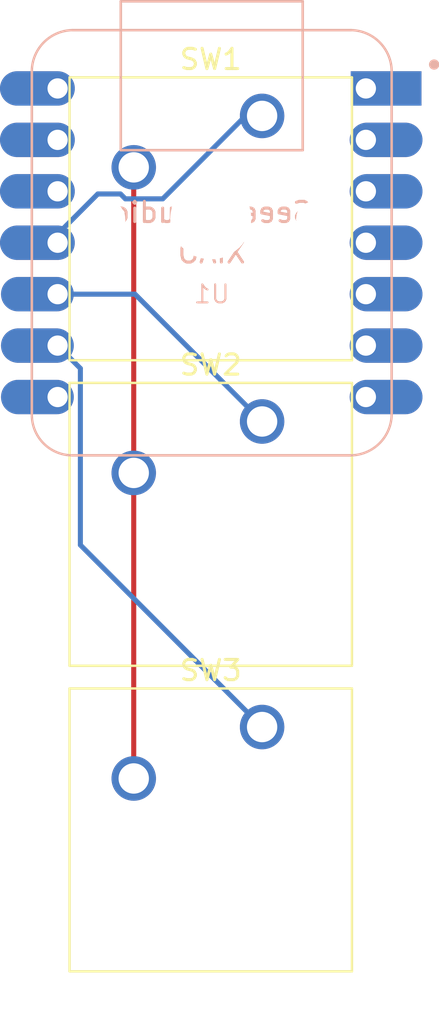
<source format=kicad_pcb>
(kicad_pcb (version 20241229) (generator "pcbnew") (generator_version "9.0")
  (layers (0 "F.Cu" signal) (2 "B.Cu" signal) (13 "F.Paste" user) (15 "B.Paste" user) (5 "F.SilkS" user "F.Silkscreen") (7 "B.SilkS" user "B.Silkscreen") (1 "F.Mask" user) (3 "B.Mask" user) (25 "Edge.Cuts" user))
  (net 0 "")
  (net 1 "Net-(U1-PA6_A10_D10_MOSI)")
  (net 2 "GND")
  (net 3 "Net-(U1-PA5_A9_D9_MISO)")
  (net 4 "Net-(U1-PA7_A8_D8_SCK)")
  (footprint "Button_Switch_Keyboard:SW_Cherry_MX_1.00u_PCB" (layer "F.Cu") (at 152.616 96.94747)
    (property "Reference" "SW2" (at -2.54 -2.794 0) (layer "F.SilkS"))
    (property "Value" "SW_Push")
    (fp_line (start -9.525 -1.905) (end 4.445 -1.905) (stroke (width 0.12)) (layer "F.SilkS"))
    (fp_line (start -9.525 12.065) (end -9.525 -1.905) (stroke (width 0.12)) (layer "F.SilkS"))
    (fp_line (start 4.445 -1.905) (end 4.445 12.065) (stroke (width 0.12)) (layer "F.SilkS"))
    (fp_line (start 4.445 12.065) (end -9.525 12.065) (stroke (width 0.12)) (layer "F.SilkS"))
    (pad "" np_thru_hole circle (at -7.62 5.08) (size 1.7 1.7) (drill 1.7) (layers "*.Cu" "*.Mask"))
    (pad "" np_thru_hole circle (at -2.54 5.08) (size 4 4) (drill 4) (layers "*.Cu" "*.Mask"))
    (pad "" np_thru_hole circle (at 2.54 5.08) (size 1.7 1.7) (drill 1.7) (layers "*.Cu" "*.Mask"))
    (pad "1" thru_hole circle (at 0 0) (size 2.2 2.2) (drill 1.5) (layers "*.Cu" "*.Mask") (net 3 "Net-(U1-PA5_A9_D9_MISO)"))
    (pad "2" thru_hole circle (at -6.35 2.54) (size 2.2 2.2) (drill 1.5) (layers "*.Cu" "*.Mask") (net 2 "GND"))
  )
  (footprint "Button_Switch_Keyboard:SW_Cherry_MX_1.00u_PCB" (layer "F.Cu") (at 152.616 112.03747)
    (property "Reference" "SW3" (at -2.54 -2.794 0) (layer "F.SilkS"))
    (property "Value" "SW_Push")
    (fp_line (start -9.525 -1.905) (end 4.445 -1.905) (stroke (width 0.12)) (layer "F.SilkS"))
    (fp_line (start -9.525 12.065) (end -9.525 -1.905) (stroke (width 0.12)) (layer "F.SilkS"))
    (fp_line (start 4.445 -1.905) (end 4.445 12.065) (stroke (width 0.12)) (layer "F.SilkS"))
    (fp_line (start 4.445 12.065) (end -9.525 12.065) (stroke (width 0.12)) (layer "F.SilkS"))
    (pad "" np_thru_hole circle (at -7.62 5.08) (size 1.7 1.7) (drill 1.7) (layers "*.Cu" "*.Mask"))
    (pad "" np_thru_hole circle (at -2.54 5.08) (size 4 4) (drill 4) (layers "*.Cu" "*.Mask"))
    (pad "" np_thru_hole circle (at 2.54 5.08) (size 1.7 1.7) (drill 1.7) (layers "*.Cu" "*.Mask"))
    (pad "1" thru_hole circle (at 0 0) (size 2.2 2.2) (drill 1.5) (layers "*.Cu" "*.Mask") (net 4 "Net-(U1-PA7_A8_D8_SCK)"))
    (pad "2" thru_hole circle (at -6.35 2.54) (size 2.2 2.2) (drill 1.5) (layers "*.Cu" "*.Mask") (net 2 "GND"))
  )
  (footprint "Button_Switch_Keyboard:SW_Cherry_MX_1.00u_PCB" (layer "F.Cu") (at 152.616 81.85747)
    (property "Reference" "SW1" (at -2.54 -2.794 0) (layer "F.SilkS"))
    (property "Value" "SW_Push")
    (fp_line (start -9.525 -1.905) (end 4.445 -1.905) (stroke (width 0.12)) (layer "F.SilkS"))
    (fp_line (start -9.525 12.065) (end -9.525 -1.905) (stroke (width 0.12)) (layer "F.SilkS"))
    (fp_line (start 4.445 -1.905) (end 4.445 12.065) (stroke (width 0.12)) (layer "F.SilkS"))
    (fp_line (start 4.445 12.065) (end -9.525 12.065) (stroke (width 0.12)) (layer "F.SilkS"))
    (pad "" np_thru_hole circle (at -7.62 5.08) (size 1.7 1.7) (drill 1.7) (layers "*.Cu" "*.Mask"))
    (pad "" np_thru_hole circle (at -2.54 5.08) (size 4 4) (drill 4) (layers "*.Cu" "*.Mask"))
    (pad "" np_thru_hole circle (at 2.54 5.08) (size 1.7 1.7) (drill 1.7) (layers "*.Cu" "*.Mask"))
    (pad "1" thru_hole circle (at 0 0) (size 2.2 2.2) (drill 1.5) (layers "*.Cu" "*.Mask") (net 1 "Net-(U1-PA6_A10_D10_MOSI)"))
    (pad "2" thru_hole circle (at -6.35 2.54) (size 2.2 2.2) (drill 1.5) (layers "*.Cu" "*.Mask") (net 2 "GND"))
  )
  (footprint "XIAO:XIAO-Generic-Hybrid-14P-2.54-21X17.8MM" (layer "B.Cu") (at 150.125 88.12 180)
    (property "Reference" "U1" (at 0 -2.54 0) (layer "B.SilkS") (effects (font (size 0.889 0.889) (thickness 0.1016)) (justify mirror)))
    (property "Value" "XIAO-SAMD21-SMD" (hide yes))
    (fp_line (start 8.9 -8.5) (end 8.9 8.5) (stroke (width 0.127)) (layer "B.SilkS"))
    (fp_line (start 6.9 10.49909) (end -6.9 10.49909) (stroke (width 0.127)) (layer "B.SilkS"))
    (fp_line (start 4.5 11.92403) (end 4.5 4.57073) (stroke (width 0.127)) (layer "B.SilkS"))
    (fp_line (start 4.5 4.57073) (end -4.5 4.57073) (stroke (width 0.127)) (layer "B.SilkS"))
    (fp_line (start -4.5 11.92403) (end 4.5 11.92403) (stroke (width 0.127)) (layer "B.SilkS"))
    (fp_line (start -4.5 4.57073) (end -4.5 11.92403) (stroke (width 0.127)) (layer "B.SilkS"))
    (fp_line (start -6.9 -10.5) (end 6.9 -10.5) (stroke (width 0.127)) (layer "B.SilkS"))
    (fp_line (start -8.9 8.5) (end -8.9 -8.5) (stroke (width 0.127)) (layer "B.SilkS"))
    (fp_arc (start 8.9 8.5) (mid 8.301492 9.901492) (end 6.9 10.5) (stroke (width 0.12)) (layer "B.SilkS"))
    (fp_arc (start 6.9 -10.5) (mid 8.314214 -9.914214) (end 8.9 -8.5) (stroke (width 0.12)) (layer "B.SilkS"))
    (fp_arc (start -6.9 10.5) (mid -8.301491 9.901491) (end -8.9 8.5) (stroke (width 0.12)) (layer "B.SilkS"))
    (fp_arc (start -8.9 -8.5) (mid -8.301423 -9.901423) (end -6.9 -10.5) (stroke (width 0.12)) (layer "B.SilkS"))
    (fp_circle (center -11 8.8) (end -11 9.054) (fill yes) (layer "B.SilkS"))
    (fp_poly (pts (xy -8.887715 8.561705) (xy -8.884667 8.610473) (xy -8.880603 8.659494)) (stroke (width 0.0254)) (fill no) (layer "B.SilkS"))
    (fp_poly (pts (xy 8.889492 -8.521574) (xy 8.887713 -8.57085) (xy 8.884665 -8.619618) (xy 8.880601 -8.668639) (xy 8.875268 -8.717407) (xy 8.868664 -8.766175) (xy 8.861044 -8.81469) (xy 8.852153 -8.86295) (xy 8.842248 -8.910955)) (stroke (width 0.0254)) (fill no) (layer "B.SilkS"))
    (fp_text user "Seeed Studio" (at 0 1.5 0) (layer "B.SilkS") (effects (justify mirror)))
    (fp_text user "XIAO" (at 0 -0.5 0) (layer "B.SilkS") (effects (justify mirror)))
    (pad "1" thru_hole rect (at -7.625 7.62 180) (size 3.5 1.7) (drill 1 (offset -1 0)) (layers "*.Cu" "*.Mask"))
    (pad "2" thru_hole oval (at -7.625 5.08 180) (size 3.6 1.7) (drill 1 (offset -1 0)) (layers "*.Cu" "*.Mask"))
    (pad "3" thru_hole oval (at -7.625 2.54 180) (size 3.6 1.7) (drill 1 (offset -1 0)) (layers "*.Cu" "*.Mask"))
    (pad "4" thru_hole oval (at -7.625 0 180) (size 3.6 1.7) (drill 1 (offset -1 0)) (layers "*.Cu" "*.Mask"))
    (pad "5" thru_hole oval (at -7.625 -2.54 180) (size 3.6 1.7) (drill 1 (offset -1 0)) (layers "*.Cu" "*.Mask"))
    (pad "6" thru_hole oval (at -7.625 -5.08) (size 3.6 1.7) (drill 1 (offset 1 0)) (layers "*.Cu" "*.Mask"))
    (pad "7" thru_hole oval (at -7.625 -7.62 180) (size 3.6 1.7) (drill 1 (offset -1 0)) (layers "*.Cu" "*.Mask"))
    (pad "8" thru_hole oval (at 7.625 -7.62 180) (size 3.6 1.7) (drill 1 (offset 1 0)) (layers "*.Cu" "*.Mask"))
    (pad "9" thru_hole oval (at 7.625 -5.08 180) (size 3.6 1.7) (drill 1 (offset 1 0)) (layers "*.Cu" "*.Mask") (net 4 "Net-(U1-PA7_A8_D8_SCK)"))
    (pad "10" thru_hole oval (at 7.625 -2.54 180) (size 3.6 1.7) (drill 1 (offset 1 0)) (layers "*.Cu" "*.Mask") (net 3 "Net-(U1-PA5_A9_D9_MISO)"))
    (pad "11" thru_hole oval (at 7.625 0 180) (size 3.7 1.7) (drill 1 (offset 1 0)) (layers "*.Cu" "*.Mask") (net 1 "Net-(U1-PA6_A10_D10_MOSI)"))
    (pad "12" thru_hole oval (at 7.625 2.54 180) (size 3.7 1.7) (drill 1 (offset 1 0)) (layers "*.Cu" "*.Mask"))
    (pad "13" thru_hole oval (at 7.625 5.08 180) (size 3.7 1.7) (drill 1 (offset 1 0)) (layers "*.Cu" "*.Mask") (net 2 "GND"))
    (pad "14" thru_hole oval (at 7.625 7.62 180) (size 3.7 1.7) (drill 1 (offset 1 0)) (layers "*.Cu" "*.Mask"))
  )
  (segment (start 151.795829 81.85747) (end 152.616 81.85747) (width 0.25) (layer "B.Cu") (net 1))
  (segment (start 145.853299 85.953299) (end 147.7 85.953299) (width 0.25) (layer "B.Cu") (net 1))
  (segment (start 144.488174 85.71147) (end 145.61147 85.71147) (width 0.25) (layer "B.Cu") (net 1))
  (segment (start 147.7 85.953299) (end 151.795829 81.85747) (width 0.25) (layer "B.Cu") (net 1))
  (segment (start 145.61147 85.71147) (end 145.853299 85.953299) (width 0.25) (layer "B.Cu") (net 1))
  (segment (start 142.5 87.699644) (end 144.488174 85.71147) (width 0.25) (layer "B.Cu") (net 1))
  (segment (start 142.5 88.12) (end 142.5 87.699644) (width 0.25) (layer "B.Cu") (net 1))
  (segment (start 146.266 84.39747) (end 146.266 99.48747) (width 0.25) (layer "F.Cu") (net 2))
  (segment (start 146.266 99.48747) (end 146.266 114.57747) (width 0.25) (layer "F.Cu") (net 2))
  (segment (start 146.32853 90.66) (end 152.616 96.94747) (width 0.25) (layer "B.Cu") (net 3))
  (segment (start 142.5 90.66) (end 146.32853 90.66) (width 0.25) (layer "B.Cu") (net 3))
  (segment (start 143.626 103.04747) (end 152.616 112.03747) (width 0.25) (layer "B.Cu") (net 4))
  (segment (start 143.626 94.326) (end 143.626 103.04747) (width 0.25) (layer "B.Cu") (net 4))
  (segment (start 142.5 93.2) (end 143.626 94.326) (width 0.25) (layer "B.Cu") (net 4))
)
</source>
